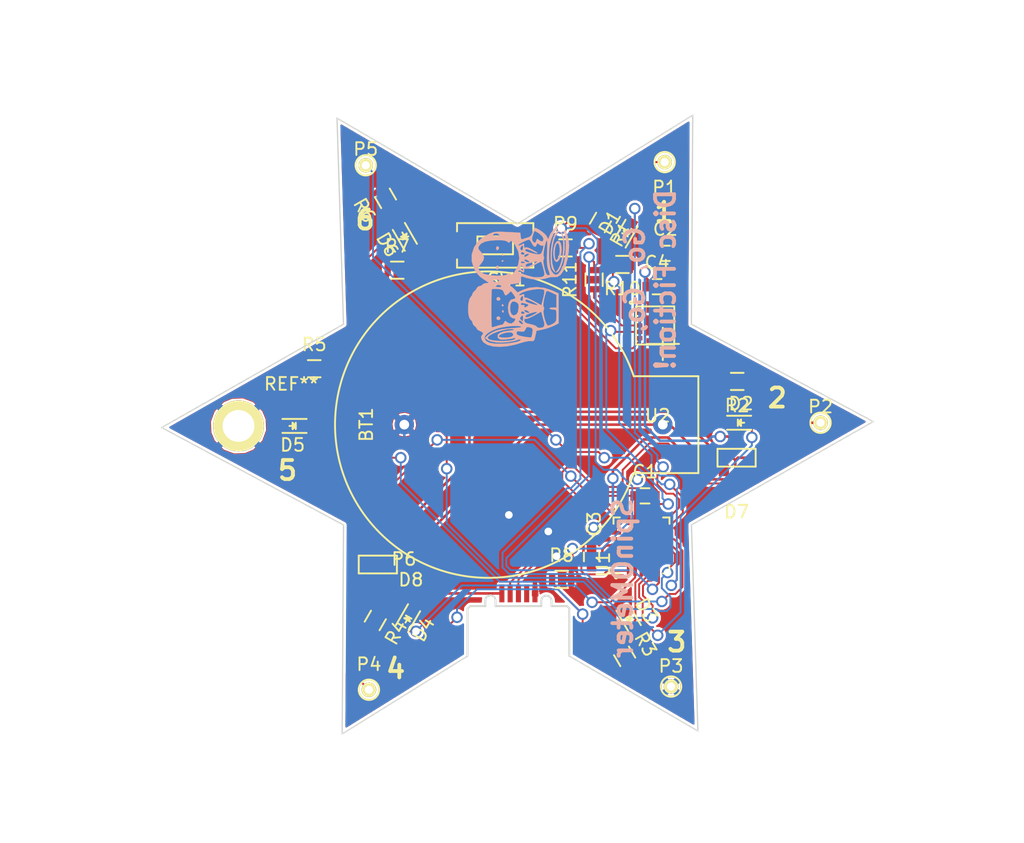
<source format=kicad_pcb>
(kicad_pcb (version 4) (host pcbnew 4.0.1-stable)
  (layers (0 F.Cu signal) (31 B.Cu signal) (34 B.Paste user) (35 F.Paste user) (36 B.SilkS user) (37 F.SilkS user) (38 B.Mask user) (39 F.Mask user) (44 Edge.Cuts user))
  (net 0 "")
  (net 1 +3V3)
  (net 2 GND)
  (net 3 ~MCLR)
  (net 4 "Net-(D2-Pad1)")
  (net 5 "Net-(D1-Pad1)")
  (net 6 "Net-(D3-Pad1)")
  (net 7 "Net-(D4-Pad1)")
  (net 8 "Net-(D5-Pad1)")
  (net 9 PGD)
  (net 10 PGC)
  (net 11 "Net-(D3-Pad2)")
  (net 12 "Net-(D2-Pad2)")
  (net 13 "Net-(D1-Pad2)")
  (net 14 "Net-(D4-Pad2)")
  (net 15 "Net-(D5-Pad2)")
  (net 16 "Net-(D6-Pad2)")
  (net 17 "Net-(D6-Pad1)")
  (net 18 +BATT)
  (net 19 "Net-(C1-Pad1)")
  (net 20 "Net-(C2-Pad1)")
  (net 21 "Net-(P6-Pad2)")
  (net 22 "Net-(P6-Pad3)")
  (net 23 "Net-(P6-Pad6)")
  (net 24 /~CS~)
  (net 25 /SDI)
  (net 26 /SCK)
  (net 27 /SDO)
  (net 28 "Net-(R9-Pad1)")
  (net 29 "Net-(R10-Pad1)")
  (net 30 "Net-(R11-Pad1)")
  (net 31 /VUSB)
  (net 32 /VMCU)
  (module CR2032Holder:CR2032_Holder_THT (layer F.Cu) (at 96.44 88.4 270)
    (fp_text reference BT1 (at 0 13.15 270) (layer F.SilkS))
    (fp_text value Battery)
    (pad 1 thru_hole circle (at 0 -10.16 270) (size 1.524 1.524) (drill 0.762) (layers *.Cu *.Mask) (net 18 +BATT))
    (pad 2 thru_hole circle (at 0 10.16 270) (size 1.524 1.524) (drill 0.762) (layers *.Cu *.Mask) (net 2 GND))
  )
  (module LEDs:LED_0603 (layer F.Cu) (at 77.5 88.5 180)
    (fp_text reference D5 (at 0 -1.5 180) (layer F.SilkS))
    (fp_text value LED)
    (pad 2 smd rect (at 0.7493 0) (size 0.79756 0.79756) (layers F.Cu F.Paste F.Mask) (net 15 "Net-(D5-Pad2)"))
    (pad 1 smd rect (at -0.7493 0) (size 0.79756 0.79756) (layers F.Cu F.Paste F.Mask) (net 8 "Net-(D5-Pad1)"))
  )
  (module LEDs:LED_0603 (layer F.Cu) (at 103.75 73.25 60)
    (fp_text reference D1 (at 0 -1.5 60) (layer F.SilkS))
    (fp_text value LED)
    (pad 2 smd rect (at 0.7493 0 240) (size 0.79756 0.79756) (layers F.Cu F.Paste F.Mask) (net 13 "Net-(D1-Pad2)"))
    (pad 1 smd rect (at -0.7493 0 240) (size 0.79756 0.79756) (layers F.Cu F.Paste F.Mask) (net 5 "Net-(D1-Pad1)"))
  )
  (module LEDs:LED_0603 (layer F.Cu) (at 112.7493 88.25)
    (fp_text reference D2 (at 0 -1.5) (layer F.SilkS))
    (fp_text value LED)
    (pad 2 smd rect (at 0.7493 0 180) (size 0.79756 0.79756) (layers F.Cu F.Paste F.Mask) (net 12 "Net-(D2-Pad2)"))
    (pad 1 smd rect (at -0.7493 0 180) (size 0.79756 0.79756) (layers F.Cu F.Paste F.Mask) (net 4 "Net-(D2-Pad1)"))
  )
  (module LEDs:LED_0603 (layer F.Cu) (at 104 103.75 300)
    (fp_text reference D3 (at 0 -1.5 300) (layer F.SilkS))
    (fp_text value LED)
    (pad 2 smd rect (at 0.7493 0 120) (size 0.79756 0.79756) (layers F.Cu F.Paste F.Mask) (net 11 "Net-(D3-Pad2)"))
    (pad 1 smd rect (at -0.7493 0 120) (size 0.79756 0.79756) (layers F.Cu F.Paste F.Mask) (net 6 "Net-(D3-Pad1)"))
  )
  (module LEDs:LED_0603 (layer F.Cu) (at 86.5 103.75 240)
    (fp_text reference D4 (at 0 -1.5 240) (layer F.SilkS))
    (fp_text value LED)
    (pad 2 smd rect (at 0.7493 0 60) (size 0.79756 0.79756) (layers F.Cu F.Paste F.Mask) (net 14 "Net-(D4-Pad2)"))
    (pad 1 smd rect (at -0.7493 0 60) (size 0.79756 0.79756) (layers F.Cu F.Paste F.Mask) (net 7 "Net-(D4-Pad1)"))
  )
  (module Connect:PINTST (layer F.Cu) (at 106.75 67.75)
    (fp_text reference P1 (at 0 2) (layer F.SilkS))
    (fp_text value CONN_01X01)
    (pad 1 thru_hole circle (at 0 0) (size 1.143 1.143) (drill 0.635) (layers *.Cu *.Mask F.SilkS) (net 3 ~MCLR))
  )
  (module Connect:PINTST (layer F.Cu) (at 119 88.25)
    (fp_text reference P2 (at 0 -1.26746) (layer F.SilkS))
    (fp_text value CONN_01X01)
    (pad 1 thru_hole circle (at 0 0) (size 1.143 1.143) (drill 0.635) (layers *.Cu *.Mask F.SilkS) (net 32 /VMCU))
  )
  (module Connect:PINTST (layer F.Cu) (at 107.25 109)
    (fp_text reference P3 (at 0 -1.61178) (layer F.SilkS))
    (fp_text value CONN_01X01)
    (pad 1 thru_hole circle (at 0 0) (size 1.143 1.143) (drill 0.635) (layers *.Cu *.Mask F.SilkS) (net 2 GND))
  )
  (module Connect:PINTST (layer F.Cu) (at 83.5 109.25)
    (fp_text reference P4 (at 0 -2) (layer F.SilkS))
    (fp_text value CONN_01X01)
    (pad 1 thru_hole circle (at 0 0) (size 1.143 1.143) (drill 0.635) (layers *.Cu *.Mask F.SilkS) (net 9 PGD))
  )
  (module Connect:PINTST (layer F.Cu) (at 83.25 68)
    (fp_text reference P5 (at 0 -1.26746) (layer F.SilkS))
    (fp_text value CONN_01X01)
    (pad 1 thru_hole circle (at 0 0) (size 1.143 1.143) (drill 0.635) (layers *.Cu *.Mask F.SilkS) (net 10 PGC))
  )
  (module LEDs:LED_0603 (layer F.Cu) (at 86.25 73.5 120)
    (fp_text reference D6 (at 0 -1.5 120) (layer F.SilkS))
    (fp_text value LED)
    (pad 2 smd rect (at 0.7493 0 300) (size 0.79756 0.79756) (layers F.Cu F.Paste F.Mask) (net 16 "Net-(D6-Pad2)"))
    (pad 1 smd rect (at -0.7493 0 300) (size 0.79756 0.79756) (layers F.Cu F.Paste F.Mask) (net 17 "Net-(D6-Pad1)"))
  )
  (module Capacitors_SMD:C_0603 (layer F.Cu) (at 101 98.8 90)
    (fp_text reference C3 (at 2.6 0.2 90) (layer F.SilkS))
    (fp_text value 100n)
    (pad 1 smd rect (at -0.75 0 90) (size 0.8 0.75) (layers F.Cu F.Paste F.Mask) (net 32 /VMCU))
    (pad 2 smd rect (at 0.75 0 90) (size 0.8 0.75) (layers F.Cu F.Paste F.Mask) (net 2 GND))
  )
  (module Resistors_SMD:R_0603 (layer F.Cu) (at 84 103.8 240)
    (fp_text reference R4 (at 0 -1.9 240) (layer F.SilkS))
    (fp_text value 330R)
    (pad 1 smd rect (at -0.75 0 240) (size 0.5 0.9) (layers F.Cu F.Paste F.Mask) (net 7 "Net-(D4-Pad1)"))
    (pad 2 smd rect (at 0.75 0 240) (size 0.5 0.9) (layers F.Cu F.Paste F.Mask) (net 2 GND))
  )
  (module Resistors_SMD:R_0603 (layer F.Cu) (at 84.8 70.6 120)
    (fp_text reference R6 (at 0 -1.9 120) (layer F.SilkS))
    (fp_text value 330R)
    (pad 1 smd rect (at -0.75 0 120) (size 0.5 0.9) (layers F.Cu F.Paste F.Mask) (net 17 "Net-(D6-Pad1)"))
    (pad 2 smd rect (at 0.75 0 120) (size 0.5 0.9) (layers F.Cu F.Paste F.Mask) (net 2 GND))
  )
  (module Resistors_SMD:R_0603 (layer F.Cu) (at 85.725 76.25)
    (fp_text reference R7 (at 0 -1.9) (layer F.SilkS))
    (fp_text value 10k)
    (pad 1 smd rect (at -0.75 0) (size 0.5 0.9) (layers F.Cu F.Paste F.Mask) (net 32 /VMCU))
    (pad 2 smd rect (at 0.75 0) (size 0.5 0.9) (layers F.Cu F.Paste F.Mask) (net 3 ~MCLR))
  )
  (module Resistors_SMD:R_0603 (layer F.Cu) (at 112.45 85 180)
    (fp_text reference R2 (at 0 -1.9 180) (layer F.SilkS))
    (fp_text value 330R)
    (pad 1 smd rect (at -0.75 0 180) (size 0.5 0.9) (layers F.Cu F.Paste F.Mask) (net 4 "Net-(D2-Pad1)"))
    (pad 2 smd rect (at 0.75 0 180) (size 0.5 0.9) (layers F.Cu F.Paste F.Mask) (net 2 GND))
  )
  (module Resistors_SMD:R_0603 (layer F.Cu) (at 101.7 72.5 240)
    (fp_text reference R1 (at 0 -1.9 240) (layer F.SilkS))
    (fp_text value 330R)
    (pad 1 smd rect (at -0.75 0 240) (size 0.5 0.9) (layers F.Cu F.Paste F.Mask) (net 5 "Net-(D1-Pad1)"))
    (pad 2 smd rect (at 0.75 0 240) (size 0.5 0.9) (layers F.Cu F.Paste F.Mask) (net 2 GND))
  )
  (module Resistors_SMD:R_0603 (layer F.Cu) (at 103.6 106.625 300)
    (fp_text reference R3 (at 0 -1.9 300) (layer F.SilkS))
    (fp_text value 330R)
    (pad 1 smd rect (at -0.75 0 300) (size 0.5 0.9) (layers F.Cu F.Paste F.Mask) (net 6 "Net-(D3-Pad1)"))
    (pad 2 smd rect (at 0.75 0 300) (size 0.5 0.9) (layers F.Cu F.Paste F.Mask) (net 2 GND))
  )
  (module Resistors_SMD:R_0603 (layer F.Cu) (at 79.2 84)
    (fp_text reference R5 (at 0 -1.9) (layer F.SilkS))
    (fp_text value 330R)
    (pad 1 smd rect (at -0.75 0) (size 0.5 0.9) (layers F.Cu F.Paste F.Mask) (net 8 "Net-(D5-Pad1)"))
    (pad 2 smd rect (at 0.75 0) (size 0.5 0.9) (layers F.Cu F.Paste F.Mask) (net 2 GND))
  )
  (module Mounting_Holes:MountingHole_3mm_Pad (layer F.Cu) (at 73.25 88.5)
    (fp_text reference REF** (at 4.15 -3.3) (layer F.SilkS))
    (fp_text value MountingHole_3mm_Pad)
    (pad 1 thru_hole circle (at 0 0) (size 4 4) (drill 2.5) (layers *.Cu *.Mask F.SilkS) (net 2 GND))
  )
  (module XmasStarLight:DF_Logo (layer B.Cu) (at 96.8 78 270)
    (fp_text reference G*** hide)
    (fp_text value LOGO hide)
  )
  (module Capacitors_SMD:C_0603 (layer F.Cu) (at 105.2 94)
    (fp_text reference C1 (at 0 -1.9) (layer F.SilkS))
    (fp_text value 100n)
    (pad 1 smd rect (at -0.75 0) (size 0.8 0.75) (layers F.Cu F.Paste F.Mask) (net 19 "Net-(C1-Pad1)"))
    (pad 2 smd rect (at 0.75 0) (size 0.8 0.75) (layers F.Cu F.Paste F.Mask) (net 2 GND))
  )
  (module Capacitors_SMD:C_0603 (layer F.Cu) (at 106.8 74.925)
    (fp_text reference C2 (at 0 -1.9) (layer F.SilkS))
    (fp_text value "10n 25V")
    (pad 1 smd rect (at -0.75 0) (size 0.8 0.75) (layers F.Cu F.Paste F.Mask) (net 20 "Net-(C2-Pad1)"))
    (pad 2 smd rect (at 0.75 0) (size 0.8 0.75) (layers F.Cu F.Paste F.Mask) (net 2 GND))
  )
  (module Capacitors_SMD:C_0603 (layer F.Cu) (at 106.15 77.55)
    (fp_text reference C4 (at 0 -1.9) (layer F.SilkS))
    (fp_text value 100n)
    (pad 1 smd rect (at -0.75 0) (size 0.8 0.75) (layers F.Cu F.Paste F.Mask) (net 1 +3V3))
    (pad 2 smd rect (at 0.75 0) (size 0.8 0.75) (layers F.Cu F.Paste F.Mask) (net 2 GND))
  )
  (module SpinOMeter:SOT23 (layer F.Cu) (at 112.4 91)
    (fp_text reference D7 (at 0 4.25) (layer F.SilkS))
    (fp_text value D_Schottky_x2_KCom_AAK)
    (pad 3 smd rect (at 0 -1) (size 0.8 0.9) (layers F.Cu F.Paste F.Mask) (net 1 +3V3))
    (pad 1 smd rect (at -1 1) (size 0.8 0.9) (layers F.Cu F.Paste F.Mask) (net 18 +BATT))
    (pad 2 smd rect (at 1 1) (size 0.8 0.9) (layers F.Cu F.Paste F.Mask) (net 19 "Net-(C1-Pad1)"))
  )
  (module SpinOMeter:SOT23 (layer F.Cu) (at 84.2 99.4)
    (fp_text reference D8 (at 2.6 1.2) (layer F.SilkS))
    (fp_text value D_Schottky_x2_KCom_AAK)
    (pad 3 smd rect (at 0 -1) (size 0.8 0.9) (layers F.Cu F.Paste F.Mask) (net 32 /VMCU))
    (pad 1 smd rect (at -1 1) (size 0.8 0.9) (layers F.Cu F.Paste F.Mask) (net 31 /VUSB))
    (pad 2 smd rect (at 1 1) (size 0.8 0.9) (layers F.Cu F.Paste F.Mask) (net 18 +BATT))
  )
  (module SpinOMeter:USB_Micro_B_PCB_Recessed (layer F.Cu) (at 95.25 104.975)
    (fp_text reference P6 (at -9 -6) (layer F.SilkS))
    (fp_text value USB_OTG)
    (pad 1 smd rect (at -1.3 -3.3) (size 0.4 1.4) (layers F.Cu F.Paste F.Mask) (net 31 /VUSB))
    (pad 2 smd rect (at -0.65 -3.3) (size 0.4 1.4) (layers F.Cu F.Paste F.Mask) (net 21 "Net-(P6-Pad2)"))
    (pad 3 smd rect (at 0 -3.3) (size 0.4 1.4) (layers F.Cu F.Paste F.Mask) (net 22 "Net-(P6-Pad3)"))
    (pad 4 smd rect (at 0.65 -3.3) (size 0.4 1.4) (layers F.Cu F.Paste F.Mask))
    (pad 5 smd rect (at 1.3 -3.3) (size 0.4 1.4) (layers F.Cu F.Paste F.Mask) (net 2 GND))
    (pad 6 smd rect (at -5.5 0.4) (size 2.2 2) (layers F.Cu F.Paste F.Mask) (net 23 "Net-(P6-Pad6)"))
    (pad 6 smd rect (at 5.5 0.4) (size 2.2 2) (layers F.Cu F.Paste F.Mask) (net 23 "Net-(P6-Pad6)"))
  )
  (module Resistors_SMD:R_0603 (layer F.Cu) (at 98.65 100.575)
    (fp_text reference R8 (at 0 -1.9) (layer F.SilkS))
    (fp_text value 1M)
    (pad 1 smd rect (at -0.75 0) (size 0.5 0.9) (layers F.Cu F.Paste F.Mask) (net 23 "Net-(P6-Pad6)"))
    (pad 2 smd rect (at 0.75 0) (size 0.5 0.9) (layers F.Cu F.Paste F.Mask) (net 2 GND))
  )
  (module Resistors_SMD:R_0603 (layer F.Cu) (at 98.95 74.5)
    (fp_text reference R9 (at 0 -1.9) (layer F.SilkS))
    (fp_text value 4k7)
    (pad 1 smd rect (at -0.75 0) (size 0.5 0.9) (layers F.Cu F.Paste F.Mask) (net 28 "Net-(R9-Pad1)"))
    (pad 2 smd rect (at 0.75 0) (size 0.5 0.9) (layers F.Cu F.Paste F.Mask) (net 24 /~CS~))
  )
  (module Resistors_SMD:R_0603 (layer F.Cu) (at 103.425 75.8 180)
    (fp_text reference R10 (at 0 -1.9 180) (layer F.SilkS))
    (fp_text value 4k7)
    (pad 1 smd rect (at -0.75 0 180) (size 0.5 0.9) (layers F.Cu F.Paste F.Mask) (net 29 "Net-(R10-Pad1)"))
    (pad 2 smd rect (at 0.75 0 180) (size 0.5 0.9) (layers F.Cu F.Paste F.Mask) (net 26 /SCK))
  )
  (module Resistors_SMD:R_0603 (layer F.Cu) (at 101.2 77 90)
    (fp_text reference R11 (at 0 -1.9 90) (layer F.SilkS))
    (fp_text value 4k7)
    (pad 1 smd rect (at -0.75 0 90) (size 0.5 0.9) (layers F.Cu F.Paste F.Mask) (net 30 "Net-(R11-Pad1)"))
    (pad 2 smd rect (at 0.75 0 90) (size 0.5 0.9) (layers F.Cu F.Paste F.Mask) (net 27 /SDO))
  )
  (module Buttons_Switches_SMD:SW_SPST_EVQPE1 (layer F.Cu) (at 93.425 74.3 180)
    (fp_text reference SW1 (at -0.9 -2.7 180) (layer F.SilkS))
    (fp_text value SW_PUSH)
    (pad 2 smd rect (at 2.7 0 180) (size 2 1.6) (layers F.Cu F.Paste F.Mask) (net 2 GND))
    (pad 1 smd rect (at -2.7 0 180) (size 2 1.6) (layers F.Cu F.Paste F.Mask) (net 3 ~MCLR))
  )
  (module SpinOMeter:QFN20_0.5mm_pitch (layer F.Cu) (at 104.925 97.9 90)
    (fp_text reference U1 (at -1.5 -3 90) (layer F.SilkS))
    (fp_text value 16F1459_QFN20)
    (pad EP smd rect (at 0 0 90) (size 2.5 2.5) (layers F.Cu F.Paste F.Mask))
    (pad 1 smd rect (at -2 -1 180) (size 0.3 0.8) (layers F.Cu F.Paste F.Mask) (net 3 ~MCLR))
    (pad 2 smd rect (at -2 -0.5 180) (size 0.3 0.8) (layers F.Cu F.Paste F.Mask) (net 14 "Net-(D4-Pad2)"))
    (pad 3 smd rect (at -2 0 180) (size 0.3 0.8) (layers F.Cu F.Paste F.Mask) (net 11 "Net-(D3-Pad2)"))
    (pad 4 smd rect (at -2 0.5 180) (size 0.3 0.8) (layers F.Cu F.Paste F.Mask) (net 12 "Net-(D2-Pad2)"))
    (pad 5 smd rect (at -2 1 180) (size 0.3 0.8) (layers F.Cu F.Paste F.Mask) (net 15 "Net-(D5-Pad2)"))
    (pad 7 smd rect (at -0.5 2 270) (size 0.3 0.8) (layers F.Cu F.Paste F.Mask) (net 16 "Net-(D6-Pad2)"))
    (pad 9 smd rect (at 0.5 2 270) (size 0.3 0.8) (layers F.Cu F.Paste F.Mask) (net 24 /~CS~))
    (pad 10 smd rect (at 1 2 270) (size 0.3 0.8) (layers F.Cu F.Paste F.Mask) (net 25 /SDI))
    (pad 8 smd rect (at 0 2 270) (size 0.3 0.8) (layers F.Cu F.Paste F.Mask) (net 26 /SCK))
    (pad 6 smd rect (at -1 2 270) (size 0.3 0.8) (layers F.Cu F.Paste F.Mask) (net 27 /SDO))
    (pad 13 smd rect (at 2 0) (size 0.3 0.8) (layers F.Cu F.Paste F.Mask) (net 9 PGD))
    (pad 14 smd rect (at 2 -0.5) (size 0.3 0.8) (layers F.Cu F.Paste F.Mask) (net 19 "Net-(C1-Pad1)"))
    (pad 11 smd rect (at 2 1) (size 0.3 0.8) (layers F.Cu F.Paste F.Mask) (net 13 "Net-(D1-Pad2)"))
    (pad 12 smd rect (at 2 0.5) (size 0.3 0.8) (layers F.Cu F.Paste F.Mask) (net 10 PGC))
    (pad 15 smd rect (at 2 -1) (size 0.3 0.8) (layers F.Cu F.Paste F.Mask) (net 21 "Net-(P6-Pad2)"))
    (pad 18 smd rect (at 0 -2 90) (size 0.3 0.8) (layers F.Cu F.Paste F.Mask) (net 32 /VMCU))
    (pad 19 smd rect (at -0.5 -2 90) (size 0.3 0.8) (layers F.Cu F.Paste F.Mask))
    (pad 16 smd rect (at 1 -2 90) (size 0.3 0.8) (layers F.Cu F.Paste F.Mask) (net 22 "Net-(P6-Pad3)"))
    (pad 17 smd rect (at 0.5 -2 90) (size 0.3 0.8) (layers F.Cu F.Paste F.Mask) (net 2 GND))
    (pad 20 smd rect (at -1 -2 90) (size 0.3 0.8) (layers F.Cu F.Paste F.Mask))
  )
  (module SpinOMeter:LGA16_3x3x1 (layer F.Cu) (at 106 80.6)
    (fp_text reference U2 (at 0.2 7.1) (layer F.SilkS))
    (fp_text value L3GD20H)
    (pad 1 smd rect (at -1.3 -1) (size 0.6 0.35) (layers F.Cu F.Paste F.Mask) (net 1 +3V3))
    (pad 5 smd rect (at -1.3 1) (size 0.6 0.35) (layers F.Cu F.Paste F.Mask) (net 28 "Net-(R9-Pad1)"))
    (pad 6 smd rect (at -0.5 1.3 90) (size 0.6 0.35) (layers F.Cu F.Paste F.Mask))
    (pad 8 smd rect (at 0.5 1.3 90) (size 0.6 0.35) (layers F.Cu F.Paste F.Mask) (net 2 GND))
    (pad 7 smd rect (at 0 1.3 90) (size 0.6 0.35) (layers F.Cu F.Paste F.Mask))
    (pad 2 smd rect (at -1.3 -0.5) (size 0.6 0.35) (layers F.Cu F.Paste F.Mask) (net 29 "Net-(R10-Pad1)"))
    (pad 3 smd rect (at -1.3 0) (size 0.6 0.35) (layers F.Cu F.Paste F.Mask) (net 30 "Net-(R11-Pad1)"))
    (pad 4 smd rect (at -1.3 0.5) (size 0.6 0.35) (layers F.Cu F.Paste F.Mask) (net 25 /SDI))
    (pad 11 smd rect (at 1.3 0 180) (size 0.6 0.35) (layers F.Cu F.Paste F.Mask) (net 2 GND))
    (pad 9 smd rect (at 1.3 1 180) (size 0.6 0.35) (layers F.Cu F.Paste F.Mask) (net 2 GND))
    (pad 13 smd rect (at 1.3 -1 180) (size 0.6 0.35) (layers F.Cu F.Paste F.Mask) (net 2 GND))
    (pad 14 smd rect (at 0.5 -1.3 270) (size 0.6 0.35) (layers F.Cu F.Paste F.Mask) (net 20 "Net-(C2-Pad1)"))
    (pad 16 smd rect (at -0.5 -1.3 270) (size 0.6 0.35) (layers F.Cu F.Paste F.Mask) (net 1 +3V3))
    (pad 15 smd rect (at 0 -1.3 270) (size 0.6 0.35) (layers F.Cu F.Paste F.Mask) (net 1 +3V3))
    (pad 10 smd rect (at 1.3 0.5 180) (size 0.6 0.35) (layers F.Cu F.Paste F.Mask) (net 2 GND))
    (pad 12 smd rect (at 1.3 -0.5 180) (size 0.6 0.35) (layers F.Cu F.Paste F.Mask) (net 2 GND))
  )
  (gr_arc (start 93.050886 102.223392) (end 92.650886 102.223392) (angle 183.8140748) (layer Edge.Cuts) (width 0.15))
  (gr_arc (start 97.45 102.25) (end 97.05 102.25) (angle 183.8140748) (layer Edge.Cuts) (width 0.15))
  (gr_line (start 97.85 102.675) (end 99.075 102.675) (layer Edge.Cuts) (width 0.15))
  (gr_line (start 97.85 102.275) (end 97.85 102.675) (layer Edge.Cuts) (width 0.15))
  (gr_line (start 97.05 102.675) (end 97.05 102.25) (layer Edge.Cuts) (width 0.15))
  (gr_line (start 93.45 102.675) (end 97.05 102.675) (layer Edge.Cuts) (width 0.15))
  (gr_line (start 93.45 102.675) (end 93.45 102.25) (layer Edge.Cuts) (width 0.15))
  (gr_line (start 92.65 102.675) (end 92.65 102.225) (layer Edge.Cuts) (width 0.15))
  (gr_line (start 91.45 102.675) (end 92.65 102.675) (layer Edge.Cuts) (width 0.15))
  (gr_text 5 (at 77.1 92) (layer F.SilkS) (effects (font (size 1.5 1.5) (thickness 0.3))))
  (gr_text 4 (at 85.6 107.6) (layer F.SilkS) (effects (font (size 1.5 1.5) (thickness 0.3))))
  (gr_text 3 (at 107.7 105.5) (layer F.SilkS) (effects (font (size 1.5 1.5) (thickness 0.3))))
  (gr_text 2 (at 115.6 86.3) (layer F.SilkS) (effects (font (size 1.5 1.5) (thickness 0.3))))
  (gr_text 1 (at 106.7 71.7) (layer F.SilkS) (effects (font (size 1.5 1.5) (thickness 0.3))))
  (gr_text 6 (at 83.2 72.3) (layer F.SilkS) (effects (font (size 1.5 1.5) (thickness 0.3))))
  (gr_text SpinOMeter (at 103.45 100.475 90) (layer B.SilkS) (effects (font (size 1.5 1.5) (thickness 0.3)) (justify mirror)))
  (gr_line (start 99.25 102.85) (end 99.25 106.6) (layer Edge.Cuts) (width 0.15))
  (gr_line (start 99.075 102.675) (end 99.25 102.85) (layer Edge.Cuts) (width 0.15))
  (gr_line (start 91.25 102.875) (end 91.45 102.675) (layer Edge.Cuts) (width 0.15))
  (gr_line (start 91.25 106.6) (end 91.25 102.875) (layer Edge.Cuts) (width 0.15))
  (gr_text "Go, Go,\nDisc Fiction!" (at 105.6 77 90) (layer B.SilkS) (effects (font (size 1.5 1.5) (thickness 0.3)) (justify mirror)))
  (gr_line (start 80.989192 64.290896) (end 80.989192 64.290896) (layer Edge.Cuts) (width 0.1))
  (gr_line (start 80.989192 64.290896) (end 95.173398 72.603073) (layer Edge.Cuts) (width 0.1))
  (gr_line (start 108.955489 64.056151) (end 108.849036 80.496122) (layer Edge.Cuts) (width 0.1))
  (gr_line (start 109.362079 112.495198) (end 99.25 106.6) (layer Edge.Cuts) (width 0.1))
  (gr_line (start 108.851271 96.286094) (end 109.362079 112.495198) (layer Edge.Cuts) (width 0.1))
  (gr_line (start 123.141935 88.158304) (end 108.851271 96.286094) (layer Edge.Cuts) (width 0.1))
  (gr_line (start 108.849036 80.496122) (end 123.141935 88.158304) (layer Edge.Cuts) (width 0.1))
  (gr_line (start 95.173398 72.603073) (end 108.955489 64.056151) (layer Edge.Cuts) (width 0.1))
  (gr_line (start 81.502238 96.289972) (end 67.209339 88.627791) (layer Edge.Cuts) (width 0.1))
  (gr_line (start 91.25 106.6) (end 81.395781 112.729944) (layer Edge.Cuts) (width 0.1))
  (gr_line (start 67.209339 88.627791) (end 81.5 80.5) (layer Edge.Cuts) (width 0.1))
  (gr_line (start 81.395781 112.729944) (end 81.502238 96.289972) (layer Edge.Cuts) (width 0.1))
  (gr_line (start 81.5 80.5) (end 80.989192 64.290896) (layer Edge.Cuts) (width 0.1))
  (segment (start 104.7 92.8) (end 104.6 92.7) (width 0.2) (layer F.Cu) (net 0))
  (via (at 104.6 92.7) (size 0.9) (drill 0.6) (layers F.Cu B.Cu) (net 0))
  (segment (start 104.95 78.8) (end 104.7 79.05) (width 0.2) (layer F.Cu) (net 1))
  (segment (start 104.7 79.05) (end 104.7 79.6) (width 0.2) (layer F.Cu) (net 1))
  (segment (start 105.45 78.8) (end 104.95 78.8) (width 0.2) (layer F.Cu) (net 1))
  (segment (start 106 79.3) (end 105.5 79.3) (width 0.2) (layer F.Cu) (net 1))
  (segment (start 105.45 79.25) (end 105.5 79.3) (width 0.2) (layer F.Cu) (net 1))
  (segment (start 105.675 78.8) (end 105.45 78.8) (width 0.2) (layer F.Cu) (net 1))
  (segment (start 105.45 78.8) (end 105.45 79.25) (width 0.2) (layer F.Cu) (net 1))
  (segment (start 105.95 78.8) (end 106 78.85) (width 0.2) (layer F.Cu) (net 1))
  (segment (start 106 78.85) (end 106 79.3) (width 0.2) (layer F.Cu) (net 1))
  (segment (start 105.675 78.8) (end 105.95 78.8) (width 0.2) (layer F.Cu) (net 1))
  (segment (start 111.110694 89.334696) (end 111.734696 89.334696) (width 0.2) (layer F.Cu) (net 1))
  (segment (start 111.734696 89.334696) (end 112.4 90) (width 0.2) (layer F.Cu) (net 1))
  (segment (start 110.474298 89.334696) (end 111.110694 89.334696) (width 0.2) (layer B.Cu) (net 1))
  (segment (start 110.144436 89.664558) (end 110.474298 89.334696) (width 0.2) (layer B.Cu) (net 1))
  (segment (start 106.366796 89.664558) (end 110.144436 89.664558) (width 0.2) (layer B.Cu) (net 1))
  (segment (start 105.2 88.497762) (end 106.366796 89.664558) (width 0.2) (layer B.Cu) (net 1))
  (segment (start 105.2 76.4) (end 105.2 88.497762) (width 0.2) (layer B.Cu) (net 1))
  (via (at 111.110694 89.334696) (size 0.9) (drill 0.6) (layers F.Cu B.Cu) (net 1))
  (segment (start 111.110694 89.360694) (end 111.110694 89.334696) (width 0.2) (layer F.Cu) (net 1))
  (segment (start 105.2 76.775) (end 105.2 76.4) (width 0.2) (layer F.Cu) (net 1))
  (via (at 105.2 76.4) (size 0.9) (drill 0.6) (layers F.Cu B.Cu) (net 1))
  (segment (start 105.4 77.55) (end 105.4 76.975) (width 0.2) (layer F.Cu) (net 1))
  (segment (start 105.4 76.975) (end 105.2 76.775) (width 0.2) (layer F.Cu) (net 1))
  (segment (start 105.675 78.8) (end 105.675 77.825) (width 0.2) (layer F.Cu) (net 1))
  (segment (start 105.675 77.825) (end 105.4 77.55) (width 0.2) (layer F.Cu) (net 1))
  (segment (start 105.574004 77.724004) (end 105.4 77.55) (width 0.2) (layer F.Cu) (net 1))
  (segment (start 98.25 98.75) (end 98.25 97.45) (width 0.2) (layer B.Cu) (net 2))
  (segment (start 98.25 97.45) (end 97.6 96.8) (width 0.2) (layer B.Cu) (net 2))
  (segment (start 98.25 99.075) (end 98.25 98.75) (width 0.2) (layer F.Cu) (net 2))
  (via (at 98.25 98.75) (size 0.9) (drill 0.6) (layers F.Cu B.Cu) (net 2))
  (segment (start 96.55 101.675) (end 96.55 100.775) (width 0.2) (layer F.Cu) (net 2))
  (segment (start 96.55 100.775) (end 98.25 99.075) (width 0.2) (layer F.Cu) (net 2))
  (segment (start 95.8 96.8) (end 97.6 96.8) (width 0.2) (layer F.Cu) (net 2))
  (via (at 97.6 96.8) (size 0.9) (drill 0.6) (layers F.Cu B.Cu) (net 2))
  (segment (start 94.5 95.5) (end 95.8 96.8) (width 0.2) (layer F.Cu) (net 2))
  (segment (start 89.29763 90.29763) (end 94.5 95.5) (width 0.2) (layer B.Cu) (net 2))
  (via (at 94.5 95.5) (size 0.9) (drill 0.6) (layers F.Cu B.Cu) (net 2))
  (segment (start 87.1 90.29763) (end 89.29763 90.29763) (width 0.2) (layer B.Cu) (net 2))
  (segment (start 86.28 88.4) (end 86.28 89.47763) (width 0.2) (layer B.Cu) (net 2))
  (segment (start 86.28 89.47763) (end 87.1 90.29763) (width 0.2) (layer B.Cu) (net 2))
  (segment (start 107.6 82.4) (end 106.975 82.4) (width 0.2) (layer F.Cu) (net 2))
  (segment (start 107.8 82.2) (end 107.6 82.4) (width 0.2) (layer F.Cu) (net 2))
  (segment (start 107.8 81.575) (end 107.8 82.2) (width 0.2) (layer F.Cu) (net 2))
  (segment (start 107.8 80.925) (end 107.8 81.575) (width 0.2) (layer F.Cu) (net 2))
  (segment (start 107.8 80.275) (end 107.8 80.925) (width 0.2) (layer F.Cu) (net 2))
  (segment (start 107.8 79.625) (end 107.8 80.275) (width 0.2) (layer F.Cu) (net 2))
  (segment (start 106.975 78.8) (end 107.6 78.8) (width 0.2) (layer F.Cu) (net 2))
  (segment (start 107.6 78.8) (end 107.8 79) (width 0.2) (layer F.Cu) (net 2))
  (segment (start 107.8 79) (end 107.8 79.625) (width 0.2) (layer F.Cu) (net 2))
  (segment (start 106.975 78.2) (end 106.975 78.8) (width 0.2) (layer F.Cu) (net 2))
  (segment (start 106.9 77.55) (end 106.9 78.125) (width 0.2) (layer F.Cu) (net 2))
  (segment (start 106.9 78.125) (end 106.975 78.2) (width 0.2) (layer F.Cu) (net 2))
  (segment (start 106.874004 77.575996) (end 106.9 77.55) (width 0.2) (layer F.Cu) (net 2))
  (segment (start 100.138616 98.144159) (end 99.50222 98.144159) (width 0.15) (layer B.Cu) (net 3))
  (segment (start 100.581182 72.95) (end 101.475 73.843818) (width 0.15) (layer B.Cu) (net 3))
  (segment (start 101.855841 98.144159) (end 100.138616 98.144159) (width 0.15) (layer B.Cu) (net 3))
  (segment (start 104.2 95.8) (end 101.855841 98.144159) (width 0.15) (layer B.Cu) (net 3))
  (segment (start 103.352585 92.408556) (end 104.2 93.255971) (width 0.15) (layer B.Cu) (net 3))
  (segment (start 103.352585 92.300989) (end 103.352585 92.408556) (width 0.15) (layer B.Cu) (net 3))
  (segment (start 101.319417 91.319417) (end 101.949989 91.949989) (width 0.15) (layer B.Cu) (net 3))
  (segment (start 103.001585 91.949989) (end 103.352585 92.300989) (width 0.15) (layer B.Cu) (net 3))
  (segment (start 101.949989 91.949989) (end 103.001585 91.949989) (width 0.15) (layer B.Cu) (net 3))
  (segment (start 101.319417 75.880583) (end 101.319417 91.319417) (width 0.15) (layer B.Cu) (net 3))
  (segment (start 101.475 75.725) (end 101.319417 75.880583) (width 0.15) (layer B.Cu) (net 3))
  (segment (start 101.475 73.843818) (end 101.475 75.725) (width 0.15) (layer B.Cu) (net 3))
  (segment (start 98.625 72.95) (end 100.581182 72.95) (width 0.15) (layer B.Cu) (net 3))
  (segment (start 104.2 93.255971) (end 104.2 95.8) (width 0.15) (layer B.Cu) (net 3))
  (segment (start 99.50222 98.780555) (end 99.50222 98.144159) (width 0.15) (layer F.Cu) (net 3))
  (segment (start 101.95 100.175001) (end 100.450008 100.175001) (width 0.15) (layer F.Cu) (net 3))
  (segment (start 100.200008 99.478343) (end 99.50222 98.780555) (width 0.15) (layer F.Cu) (net 3))
  (segment (start 100.200008 99.925001) (end 100.200008 99.478343) (width 0.15) (layer F.Cu) (net 3))
  (segment (start 102.225001 99.9) (end 101.95 100.175001) (width 0.15) (layer F.Cu) (net 3))
  (segment (start 100.450008 100.175001) (end 100.200008 99.925001) (width 0.15) (layer F.Cu) (net 3))
  (segment (start 103.925 99.9) (end 102.225001 99.9) (width 0.15) (layer F.Cu) (net 3))
  (segment (start 99.514109 98.781506) (end 99.503171 98.781506) (width 0.15) (layer F.Cu) (net 3))
  (segment (start 99.503171 98.781506) (end 99.50222 98.780555) (width 0.15) (layer F.Cu) (net 3))
  (via (at 99.50222 98.144159) (size 0.9) (drill 0.6) (layers F.Cu B.Cu) (net 3))
  (segment (start 96.125 74.3) (end 96.125 75.25) (width 0.15) (layer F.Cu) (net 3))
  (segment (start 96.125 75.25) (end 95.125 76.25) (width 0.15) (layer F.Cu) (net 3))
  (segment (start 95.125 76.25) (end 86.875 76.25) (width 0.15) (layer F.Cu) (net 3))
  (segment (start 86.875 76.25) (end 86.475 76.25) (width 0.15) (layer F.Cu) (net 3))
  (segment (start 101.325 70.25) (end 98.625 72.95) (width 0.15) (layer F.Cu) (net 3))
  (segment (start 98.625 72.95) (end 97.275 74.3) (width 0.15) (layer F.Cu) (net 3))
  (via (at 98.625 72.95) (size 0.9) (drill 0.6) (layers F.Cu B.Cu) (net 3))
  (segment (start 106.75 67.75) (end 105.941777 67.75) (width 0.15) (layer F.Cu) (net 3))
  (segment (start 105.941777 67.75) (end 103.441777 70.25) (width 0.15) (layer F.Cu) (net 3))
  (segment (start 103.441777 70.25) (end 101.325 70.25) (width 0.15) (layer F.Cu) (net 3))
  (segment (start 97.275 74.3) (end 96.125 74.3) (width 0.15) (layer F.Cu) (net 3))
  (segment (start 113.2 85) (end 113.2 87.05) (width 0.15) (layer F.Cu) (net 4))
  (segment (start 113.2 87.05) (end 112 88.25) (width 0.15) (layer F.Cu) (net 4))
  (segment (start 102.075 71.850481) (end 102.075 72.598563) (width 0.15) (layer F.Cu) (net 5))
  (segment (start 102.075 72.598563) (end 103.37535 73.898913) (width 0.15) (layer F.Cu) (net 5))
  (segment (start 103.62535 103.101087) (end 103.225 103.501437) (width 0.15) (layer F.Cu) (net 6))
  (segment (start 103.225 103.501437) (end 103.225 105.975481) (width 0.15) (layer F.Cu) (net 6))
  (segment (start 84.375 103.150481) (end 86.825256 103.150481) (width 0.15) (layer F.Cu) (net 7))
  (segment (start 86.825256 103.150481) (end 86.87465 103.101087) (width 0.15) (layer F.Cu) (net 7))
  (segment (start 78.2493 88.5) (end 78.2493 84.2007) (width 0.15) (layer F.Cu) (net 8))
  (segment (start 78.2493 84.2007) (end 78.45 84) (width 0.15) (layer F.Cu) (net 8))
  (segment (start 104.925 95.9) (end 104.925 95.35) (width 0.15) (layer F.Cu) (net 9))
  (segment (start 103.570009 93.699989) (end 100.623279 93.699989) (width 0.15) (layer F.Cu) (net 9))
  (segment (start 104.925 95.35) (end 105.075001 95.199999) (width 0.15) (layer F.Cu) (net 9))
  (segment (start 105.075001 95.199999) (end 105.075001 93.444999) (width 0.15) (layer F.Cu) (net 9))
  (segment (start 105.030001 93.399999) (end 103.869998 93.399999) (width 0.15) (layer F.Cu) (net 9))
  (segment (start 105.075001 93.444999) (end 105.030001 93.399999) (width 0.15) (layer F.Cu) (net 9))
  (segment (start 103.869998 93.399999) (end 103.570009 93.699989) (width 0.15) (layer F.Cu) (net 9))
  (segment (start 100.623279 93.699989) (end 99.8222 92.89891) (width 0.15) (layer F.Cu) (net 9))
  (segment (start 99.8222 92.89891) (end 99.372201 92.448911) (width 0.15) (layer F.Cu) (net 9))
  (segment (start 89.499554 89.59762) (end 88.863158 89.59762) (width 0.15) (layer B.Cu) (net 9))
  (segment (start 96.52091 89.59762) (end 89.499554 89.59762) (width 0.15) (layer B.Cu) (net 9))
  (via (at 88.863158 89.59762) (size 0.9) (drill 0.6) (layers F.Cu B.Cu) (net 9))
  (segment (start 99.372201 92.448911) (end 96.52091 89.59762) (width 0.15) (layer B.Cu) (net 9))
  (segment (start 83.5 109.25) (end 81.875 107.625) (width 0.15) (layer F.Cu) (net 9))
  (segment (start 88.413159 90.047619) (end 88.863158 89.59762) (width 0.15) (layer F.Cu) (net 9))
  (segment (start 81.875 107.625) (end 81.875 96.585778) (width 0.15) (layer F.Cu) (net 9))
  (segment (start 81.875 96.585778) (end 88.413159 90.047619) (width 0.15) (layer F.Cu) (net 9))
  (via (at 99.372201 92.448911) (size 0.9) (drill 0.6) (layers F.Cu B.Cu) (net 9))
  (segment (start 106.57498 93.675978) (end 106.57498 94.193028) (width 0.15) (layer B.Cu) (net 10))
  (segment (start 106.57498 94.193028) (end 107.024979 94.643027) (width 0.15) (layer B.Cu) (net 10))
  (segment (start 103.899002 91) (end 106.57498 93.675978) (width 0.15) (layer B.Cu) (net 10))
  (segment (start 102 91) (end 103.899002 91) (width 0.15) (layer B.Cu) (net 10))
  (segment (start 106.388583 94.643027) (end 107.024979 94.643027) (width 0.15) (layer F.Cu) (net 10))
  (via (at 107.024979 94.643027) (size 0.9) (drill 0.6) (layers F.Cu B.Cu) (net 10))
  (segment (start 106.131973 94.643027) (end 106.388583 94.643027) (width 0.15) (layer F.Cu) (net 10))
  (segment (start 105.425 95.9) (end 105.425 95.35) (width 0.15) (layer F.Cu) (net 10))
  (segment (start 105.425 95.35) (end 106.131973 94.643027) (width 0.15) (layer F.Cu) (net 10))
  (segment (start 98.2 89.6) (end 85 76.4) (width 0.15) (layer B.Cu) (net 10))
  (segment (start 83.25 68) (end 83.821499 68.571499) (width 0.15) (layer B.Cu) (net 10))
  (segment (start 83.821499 68.571499) (end 83.821499 75.221499) (width 0.15) (layer B.Cu) (net 10))
  (segment (start 83.821499 75.221499) (end 85 76.4) (width 0.15) (layer B.Cu) (net 10))
  (segment (start 99.150001 90.550001) (end 98.2 89.6) (width 0.15) (layer F.Cu) (net 10))
  (via (at 98.2 89.6) (size 0.9) (drill 0.6) (layers F.Cu B.Cu) (net 10))
  (segment (start 102 91) (end 101.550001 90.550001) (width 0.15) (layer F.Cu) (net 10))
  (segment (start 101.550001 90.550001) (end 99.150001 90.550001) (width 0.15) (layer F.Cu) (net 10))
  (via (at 102 91) (size 0.9) (drill 0.6) (layers F.Cu B.Cu) (net 10))
  (segment (start 83.413322 68.013322) (end 83.263322 68.013322) (width 0.25) (layer F.Cu) (net 10))
  (segment (start 83.263322 68.013322) (end 83.25 68) (width 0.25) (layer F.Cu) (net 10))
  (segment (start 104.450945 103.762147) (end 104.37465 103.838442) (width 0.15) (layer F.Cu) (net 11))
  (segment (start 104.37465 103.838442) (end 104.37465 104.398913) (width 0.15) (layer F.Cu) (net 11))
  (segment (start 104.925 100.344491) (end 104.441412 100.828079) (width 0.15) (layer F.Cu) (net 11))
  (segment (start 104.441412 102.097528) (end 104.450945 102.107061) (width 0.15) (layer F.Cu) (net 11))
  (segment (start 104.450945 102.107061) (end 104.450945 103.762147) (width 0.15) (layer F.Cu) (net 11))
  (segment (start 104.925 99.9) (end 104.925 100.344491) (width 0.15) (layer F.Cu) (net 11))
  (segment (start 104.441412 100.828079) (end 104.441412 102.097528) (width 0.15) (layer F.Cu) (net 11))
  (segment (start 108 95.636396) (end 108 103.161957) (width 0.15) (layer B.Cu) (net 12))
  (segment (start 108 103.161957) (end 106.196023 104.965934) (width 0.15) (layer B.Cu) (net 12))
  (segment (start 113.6 89.4) (end 113.6 90.036396) (width 0.15) (layer B.Cu) (net 12))
  (segment (start 113.6 90.036396) (end 108 95.636396) (width 0.15) (layer B.Cu) (net 12))
  (segment (start 105.746024 104.515935) (end 106.196023 104.965934) (width 0.15) (layer F.Cu) (net 12))
  (segment (start 105.017958 103.787869) (end 105.746024 104.515935) (width 0.15) (layer F.Cu) (net 12))
  (segment (start 105.017958 102.249795) (end 105.017958 103.787869) (width 0.15) (layer F.Cu) (net 12))
  (segment (start 104.741423 101.97326) (end 105.017958 102.249795) (width 0.15) (layer F.Cu) (net 12))
  (segment (start 105.425 99.9) (end 105.425 100.268769) (width 0.15) (layer F.Cu) (net 12))
  (segment (start 104.741423 100.952346) (end 104.741423 101.97326) (width 0.15) (layer F.Cu) (net 12))
  (segment (start 105.425 100.268769) (end 104.741423 100.952346) (width 0.15) (layer F.Cu) (net 12))
  (via (at 106.196023 104.965934) (size 0.9) (drill 0.6) (layers F.Cu B.Cu) (net 12))
  (segment (start 113.6 89.4) (end 113.6 88.3514) (width 0.15) (layer F.Cu) (net 12))
  (segment (start 113.6 88.3514) (end 113.4986 88.25) (width 0.15) (layer F.Cu) (net 12))
  (via (at 113.6 89.4) (size 0.9) (drill 0.6) (layers F.Cu B.Cu) (net 12))
  (segment (start 106.175404 93.120725) (end 106.175404 92.178038) (width 0.15) (layer F.Cu) (net 13))
  (segment (start 106.881876 93.827197) (end 106.175404 93.120725) (width 0.15) (layer F.Cu) (net 13))
  (segment (start 107.426201 93.827197) (end 106.881876 93.827197) (width 0.15) (layer F.Cu) (net 13))
  (segment (start 105.925 95.9) (end 106.899004 95.9) (width 0.15) (layer F.Cu) (net 13))
  (segment (start 106.899004 95.9) (end 107.875002 94.924002) (width 0.15) (layer F.Cu) (net 13))
  (segment (start 107.875002 94.275998) (end 107.426201 93.827197) (width 0.15) (layer F.Cu) (net 13))
  (segment (start 107.875002 94.924002) (end 107.875002 94.275998) (width 0.15) (layer F.Cu) (net 13))
  (segment (start 106.175404 92.178038) (end 106.625403 91.728039) (width 0.15) (layer F.Cu) (net 13))
  (segment (start 106.175404 90.803078) (end 106.175404 91.27804) (width 0.15) (layer B.Cu) (net 13))
  (segment (start 104.4 89.027674) (end 106.175404 90.803078) (width 0.15) (layer B.Cu) (net 13))
  (segment (start 104.4 71.4) (end 104.4 89.027674) (width 0.15) (layer B.Cu) (net 13))
  (segment (start 106.175404 91.27804) (end 106.625403 91.728039) (width 0.15) (layer B.Cu) (net 13))
  (via (at 106.625403 91.728039) (size 0.9) (drill 0.6) (layers F.Cu B.Cu) (net 13))
  (segment (start 104.4 71.4) (end 104.4 72.325737) (width 0.15) (layer F.Cu) (net 13))
  (segment (start 104.4 72.325737) (end 104.12465 72.601087) (width 0.15) (layer F.Cu) (net 13))
  (via (at 104.4 71.4) (size 0.9) (drill 0.6) (layers F.Cu B.Cu) (net 13))
  (segment (start 90.800011 101.049989) (end 87.649999 104.200001) (width 0.15) (layer B.Cu) (net 14))
  (segment (start 99.722543 101.049989) (end 90.800011 101.049989) (width 0.15) (layer B.Cu) (net 14))
  (segment (start 101.042975 102.370421) (end 99.722543 101.049989) (width 0.15) (layer B.Cu) (net 14))
  (segment (start 87.649999 104.200001) (end 87.2 104.65) (width 0.15) (layer B.Cu) (net 14))
  (segment (start 101.679371 102.370421) (end 101.042975 102.370421) (width 0.15) (layer F.Cu) (net 14))
  (segment (start 102.474791 102.370421) (end 101.679371 102.370421) (width 0.15) (layer F.Cu) (net 14))
  (segment (start 104.425 100.420212) (end 102.474791 102.370421) (width 0.15) (layer F.Cu) (net 14))
  (segment (start 104.425 99.9) (end 104.425 100.420212) (width 0.15) (layer F.Cu) (net 14))
  (via (at 101.042975 102.370421) (size 0.9) (drill 0.6) (layers F.Cu B.Cu) (net 14))
  (segment (start 87.2 104.65) (end 86.376437 104.65) (width 0.15) (layer F.Cu) (net 14))
  (segment (start 86.376437 104.65) (end 86.12535 104.398913) (width 0.15) (layer F.Cu) (net 14))
  (via (at 87.2 104.65) (size 0.9) (drill 0.6) (layers F.Cu B.Cu) (net 14))
  (segment (start 100.377144 100.749978) (end 93.777141 100.749978) (width 0.15) (layer B.Cu) (net 15))
  (segment (start 105.8 103.6) (end 103.227166 103.6) (width 0.15) (layer B.Cu) (net 15))
  (segment (start 86 92.972837) (end 86 91.636396) (width 0.15) (layer B.Cu) (net 15))
  (segment (start 93.777141 100.749978) (end 86 92.972837) (width 0.15) (layer B.Cu) (net 15))
  (segment (start 103.227166 103.6) (end 100.377144 100.749978) (width 0.15) (layer B.Cu) (net 15))
  (segment (start 86 91.636396) (end 86 91) (width 0.15) (layer B.Cu) (net 15))
  (segment (start 105.041434 101.848992) (end 105.8 102.607558) (width 0.15) (layer F.Cu) (net 15))
  (segment (start 105.041434 101.076614) (end 105.041434 101.848992) (width 0.15) (layer F.Cu) (net 15))
  (segment (start 105.925 100.45) (end 105.699572 100.675428) (width 0.15) (layer F.Cu) (net 15))
  (segment (start 105.925 99.9) (end 105.925 100.45) (width 0.15) (layer F.Cu) (net 15))
  (segment (start 105.699572 100.675428) (end 105.44262 100.675428) (width 0.15) (layer F.Cu) (net 15))
  (segment (start 105.44262 100.675428) (end 105.041434 101.076614) (width 0.15) (layer F.Cu) (net 15))
  (segment (start 105.8 102.607558) (end 105.8 102.963604) (width 0.15) (layer F.Cu) (net 15))
  (segment (start 105.8 102.963604) (end 105.8 103.6) (width 0.15) (layer F.Cu) (net 15))
  (segment (start 86 91) (end 78.70192 91) (width 0.15) (layer F.Cu) (net 15))
  (segment (start 78.70192 91) (end 76.7507 89.04878) (width 0.15) (layer F.Cu) (net 15))
  (segment (start 76.7507 89.04878) (end 76.7507 88.5) (width 0.15) (layer F.Cu) (net 15))
  (via (at 86 91) (size 0.9) (drill 0.6) (layers F.Cu B.Cu) (net 15))
  (via (at 105.8 103.6) (size 0.9) (drill 0.6) (layers F.Cu B.Cu) (net 15))
  (segment (start 100.501411 100.449967) (end 93.901409 100.449967) (width 0.15) (layer B.Cu) (net 16))
  (segment (start 102.951433 102.899989) (end 100.501411 100.449967) (width 0.15) (layer B.Cu) (net 16))
  (segment (start 89.614932 92.500174) (end 89.614932 91.863778) (width 0.15) (layer B.Cu) (net 16))
  (segment (start 89.614932 96.16349) (end 89.614932 92.500174) (width 0.15) (layer B.Cu) (net 16))
  (segment (start 106.975007 100.033884) (end 106.525008 100.483883) (width 0.15) (layer B.Cu) (net 16))
  (segment (start 106.525008 100.483883) (end 106.525008 101.265864) (width 0.15) (layer B.Cu) (net 16))
  (segment (start 106.912328 103.063394) (end 106.262396 103.063394) (width 0.15) (layer B.Cu) (net 16))
  (segment (start 106.262396 103.063394) (end 106.098991 102.899989) (width 0.15) (layer B.Cu) (net 16))
  (segment (start 106.525008 101.265864) (end 107.200471 101.941327) (width 0.15) (layer B.Cu) (net 16))
  (segment (start 107.200471 101.941327) (end 107.200471 102.775251) (width 0.15) (layer B.Cu) (net 16))
  (segment (start 106.098991 102.899989) (end 102.951433 102.899989) (width 0.15) (layer B.Cu) (net 16))
  (segment (start 107.200471 102.775251) (end 106.912328 103.063394) (width 0.15) (layer B.Cu) (net 16))
  (segment (start 93.901409 100.449967) (end 89.614932 96.16349) (width 0.15) (layer B.Cu) (net 16))
  (via (at 89.614932 91.863778) (size 0.9) (drill 0.6) (layers F.Cu B.Cu) (net 16))
  (segment (start 83.35 75.376437) (end 83.35 83.438634) (width 0.15) (layer F.Cu) (net 16))
  (segment (start 85.87535 72.851087) (end 83.35 75.376437) (width 0.15) (layer F.Cu) (net 16))
  (segment (start 83.35 83.438634) (end 88.833984 88.922618) (width 0.15) (layer F.Cu) (net 16))
  (segment (start 88.833984 88.922618) (end 89.18716 88.922618) (width 0.15) (layer F.Cu) (net 16))
  (segment (start 89.18716 88.922618) (end 89.614932 89.35039) (width 0.15) (layer F.Cu) (net 16))
  (segment (start 89.614932 91.227382) (end 89.614932 91.863778) (width 0.15) (layer F.Cu) (net 16))
  (segment (start 89.614932 89.35039) (end 89.614932 91.227382) (width 0.15) (layer F.Cu) (net 16))
  (segment (start 106.975007 99.804995) (end 106.975007 100.033884) (width 0.15) (layer F.Cu) (net 16))
  (segment (start 107.380002 98.4) (end 107.550001 98.569999) (width 0.15) (layer F.Cu) (net 16))
  (segment (start 107.550001 98.569999) (end 107.550001 99.230001) (width 0.15) (layer F.Cu) (net 16))
  (segment (start 107.550001 99.230001) (end 106.975007 99.804995) (width 0.15) (layer F.Cu) (net 16))
  (segment (start 106.925 98.4) (end 107.380002 98.4) (width 0.15) (layer F.Cu) (net 16))
  (via (at 106.975007 100.033884) (size 0.9) (drill 0.6) (layers F.Cu B.Cu) (net 16))
  (segment (start 86.62465 74.148913) (end 86.987287 73.786276) (width 0.15) (layer F.Cu) (net 17))
  (segment (start 86.987287 73.786276) (end 86.987287 72.461808) (width 0.15) (layer F.Cu) (net 17))
  (segment (start 86.987287 72.461808) (end 85.774998 71.249519) (width 0.15) (layer F.Cu) (net 17))
  (segment (start 85.774998 71.249519) (end 85.175 71.249519) (width 0.15) (layer F.Cu) (net 17))
  (segment (start 110.55 91.8) (end 107.15 88.4) (width 0.2) (layer F.Cu) (net 18))
  (segment (start 110.55 91.8) (end 110.75 92) (width 0.2) (layer F.Cu) (net 18))
  (segment (start 110.75 92) (end 111.4 92) (width 0.2) (layer F.Cu) (net 18))
  (segment (start 106.6 88.4) (end 96.675 88.4) (width 0.2) (layer F.Cu) (net 18))
  (segment (start 96.675 88.4) (end 85.25 99.825) (width 0.2) (layer F.Cu) (net 18))
  (segment (start 85.25 100.35) (end 85.2 100.4) (width 0.2) (layer F.Cu) (net 18))
  (segment (start 85.25 99.825) (end 85.25 100.35) (width 0.2) (layer F.Cu) (net 18))
  (segment (start 107.15 88.4) (end 106.6 88.4) (width 0.2) (layer F.Cu) (net 18))
  (segment (start 106.75 88.25) (end 106.6 88.4) (width 0.25) (layer B.Cu) (net 18))
  (segment (start 103.2 93.3) (end 103.445741 93.054259) (width 0.15) (layer F.Cu) (net 19))
  (segment (start 103.445741 93.054259) (end 103.445741 91.954259) (width 0.15) (layer F.Cu) (net 19))
  (segment (start 101.2 93.3) (end 103.2 93.3) (width 0.15) (layer F.Cu) (net 19))
  (segment (start 99.696203 91.796203) (end 101.2 93.3) (width 0.15) (layer F.Cu) (net 19))
  (segment (start 99.696203 91.773909) (end 99.696203 91.796203) (width 0.15) (layer F.Cu) (net 19))
  (segment (start 107.027503 89.887136) (end 105.512864 89.887136) (width 0.15) (layer F.Cu) (net 19))
  (segment (start 113.4 92) (end 113.4 92.05) (width 0.15) (layer F.Cu) (net 19))
  (segment (start 113.4 92.05) (end 112.424989 93.025011) (width 0.15) (layer F.Cu) (net 19))
  (segment (start 112.424989 93.025011) (end 110.165378 93.025011) (width 0.15) (layer F.Cu) (net 19))
  (segment (start 110.165378 93.025011) (end 107.027503 89.887136) (width 0.15) (layer F.Cu) (net 19))
  (segment (start 105.512864 89.887136) (end 103.445741 91.954259) (width 0.15) (layer F.Cu) (net 19))
  (segment (start 99.048199 91.773909) (end 98.697199 92.124909) (width 0.15) (layer F.Cu) (net 19))
  (segment (start 98.697199 92.8) (end 99.897199 94) (width 0.15) (layer F.Cu) (net 19))
  (segment (start 98.697199 92.124909) (end 98.697199 92.8) (width 0.15) (layer F.Cu) (net 19))
  (segment (start 99.696203 91.773909) (end 99.048199 91.773909) (width 0.15) (layer F.Cu) (net 19))
  (segment (start 99.897199 94) (end 104.45 94) (width 0.15) (layer F.Cu) (net 19))
  (segment (start 104.425 95.9) (end 104.425 94.025) (width 0.15) (layer F.Cu) (net 19))
  (segment (start 104.425 95.9) (end 104.425 94.475) (width 0.15) (layer F.Cu) (net 19))
  (segment (start 104.425 95.9) (end 104.425 95.35) (width 0.15) (layer F.Cu) (net 19))
  (segment (start 106.05 78.025) (end 106.5 78.475) (width 0.15) (layer F.Cu) (net 20))
  (segment (start 106.5 78.475) (end 106.5 79.3) (width 0.15) (layer F.Cu) (net 20))
  (segment (start 106.325 78.3) (end 106.05 78.025) (width 0.15) (layer F.Cu) (net 20))
  (segment (start 106.05 78.025) (end 106.05 75.45) (width 0.15) (layer F.Cu) (net 20))
  (segment (start 106.05 75.45) (end 106.05 74.925) (width 0.15) (layer F.Cu) (net 20))
  (segment (start 106.074004 74.949004) (end 106.05 74.925) (width 0.15) (layer F.Cu) (net 20))
  (segment (start 94.6 100.825) (end 100.774967 94.650033) (width 0.15) (layer F.Cu) (net 21))
  (segment (start 100.774967 94.650033) (end 102.375033 94.650033) (width 0.15) (layer F.Cu) (net 21))
  (segment (start 102.375033 94.650033) (end 103.625 95.9) (width 0.15) (layer F.Cu) (net 21))
  (segment (start 94.6 101.675) (end 94.6 100.825) (width 0.15) (layer F.Cu) (net 21))
  (segment (start 103.625 95.9) (end 103.925 95.9) (width 0.15) (layer F.Cu) (net 21))
  (segment (start 100.899235 94.950044) (end 95.25 100.599279) (width 0.15) (layer F.Cu) (net 22))
  (segment (start 102.925 96.9) (end 102.925 96.6) (width 0.15) (layer F.Cu) (net 22))
  (segment (start 103.0835 96.4415) (end 103.0835 95.834087) (width 0.15) (layer F.Cu) (net 22))
  (segment (start 102.199457 94.950044) (end 100.899235 94.950044) (width 0.15) (layer F.Cu) (net 22))
  (segment (start 102.925 96.6) (end 103.0835 96.4415) (width 0.15) (layer F.Cu) (net 22))
  (segment (start 103.0835 95.834087) (end 102.199457 94.950044) (width 0.15) (layer F.Cu) (net 22))
  (segment (start 95.25 100.599279) (end 95.25 101.675) (width 0.15) (layer F.Cu) (net 22))
  (segment (start 100.3 103.3) (end 98.35 101.35) (width 0.15) (layer B.Cu) (net 23))
  (segment (start 98.35 101.35) (end 91.988604 101.35) (width 0.15) (layer B.Cu) (net 23))
  (segment (start 91.988604 101.35) (end 90.425 102.913604) (width 0.15) (layer B.Cu) (net 23))
  (segment (start 90.425 102.913604) (end 90.425 103.55) (width 0.15) (layer B.Cu) (net 23))
  (segment (start 100.3 103.3) (end 97.9 100.9) (width 0.15) (layer F.Cu) (net 23))
  (segment (start 97.9 100.9) (end 97.9 100.575) (width 0.15) (layer F.Cu) (net 23))
  (segment (start 100.3 103.3) (end 100.3 104.925) (width 0.15) (layer F.Cu) (net 23))
  (segment (start 100.3 104.925) (end 100.75 105.375) (width 0.15) (layer F.Cu) (net 23))
  (via (at 100.3 103.3) (size 0.9) (drill 0.6) (layers F.Cu B.Cu) (net 23))
  (via (at 90.425 103.55) (size 0.9) (drill 0.6) (layers F.Cu B.Cu) (net 23))
  (segment (start 89.75 105.375) (end 89.75 104.225) (width 0.15) (layer F.Cu) (net 23))
  (segment (start 89.75 104.225) (end 90.425 103.55) (width 0.15) (layer F.Cu) (net 23))
  (segment (start 99.075732 93.399989) (end 99.375732 93.399989) (width 0.15) (layer B.Cu) (net 24))
  (segment (start 100.625678 100.149956) (end 94.525677 100.149956) (width 0.15) (layer B.Cu) (net 24))
  (segment (start 93.999989 98.475732) (end 99.075732 93.399989) (width 0.15) (layer B.Cu) (net 24))
  (segment (start 100.124119 74.842895) (end 100.349598 74.617416) (width 0.15) (layer B.Cu) (net 24))
  (segment (start 100.124119 92.651603) (end 100.124119 74.842895) (width 0.15) (layer B.Cu) (net 24))
  (segment (start 94.525677 100.149956) (end 93.999989 99.624268) (width 0.15) (layer B.Cu) (net 24))
  (segment (start 106.525461 102.308238) (end 102.78396 102.308238) (width 0.15) (layer B.Cu) (net 24))
  (segment (start 99.375732 93.399989) (end 100.124119 92.651603) (width 0.15) (layer B.Cu) (net 24))
  (segment (start 100.349598 74.617416) (end 100.799597 74.167417) (width 0.15) (layer B.Cu) (net 24))
  (segment (start 102.78396 102.308238) (end 100.625678 100.149956) (width 0.15) (layer B.Cu) (net 24))
  (segment (start 93.999989 99.624268) (end 93.999989 98.475732) (width 0.15) (layer B.Cu) (net 24))
  (segment (start 108.150022 98.321463) (end 108.150019 101.16043) (width 0.15) (layer F.Cu) (net 24))
  (segment (start 107.475 97.4) (end 107.875 97.8) (width 0.15) (layer F.Cu) (net 24))
  (segment (start 107.875 97.8) (end 107.875 98.046441) (width 0.15) (layer F.Cu) (net 24))
  (segment (start 107.875 98.046441) (end 108.150022 98.321463) (width 0.15) (layer F.Cu) (net 24))
  (segment (start 108.150019 101.16043) (end 107.593776 101.716673) (width 0.15) (layer F.Cu) (net 24))
  (segment (start 107.593776 101.716673) (end 107.117026 101.716673) (width 0.15) (layer F.Cu) (net 24))
  (segment (start 107.117026 101.716673) (end 106.525461 102.308238) (width 0.15) (layer F.Cu) (net 24))
  (via (at 106.525461 102.308238) (size 0.9) (drill 0.6) (layers F.Cu B.Cu) (net 24))
  (segment (start 106.925 97.4) (end 107.475 97.4) (width 0.15) (layer F.Cu) (net 24))
  (segment (start 100.467014 74.5) (end 100.799597 74.167417) (width 0.15) (layer F.Cu) (net 24))
  (segment (start 99.7 74.5) (end 100.467014 74.5) (width 0.15) (layer F.Cu) (net 24))
  (via (at 100.799597 74.167417) (size 0.9) (drill 0.6) (layers F.Cu B.Cu) (net 24))
  (segment (start 104.7 81.1) (end 102.6 81.1) (width 0.15) (layer F.Cu) (net 25))
  (segment (start 102.6 81.1) (end 102.5 81) (width 0.15) (layer F.Cu) (net 25))
  (via (at 102.5 81) (size 0.9) (drill 0.6) (layers F.Cu B.Cu) (net 25))
  (segment (start 102.156664 81.343336) (end 102.5 81) (width 0.15) (layer B.Cu) (net 25))
  (segment (start 102.156664 88.743864) (end 102.156664 81.343336) (width 0.15) (layer B.Cu) (net 25))
  (segment (start 106.925 96.9) (end 106.925 96.6) (width 0.15) (layer F.Cu) (net 25))
  (segment (start 108.175013 95.349987) (end 108.175013 94.125817) (width 0.15) (layer F.Cu) (net 25))
  (segment (start 102.156664 88.743864) (end 106.506853 93.094053) (width 0.15) (layer B.Cu) (net 25))
  (segment (start 107.593248 93.544052) (end 107.143249 93.094053) (width 0.15) (layer F.Cu) (net 25))
  (segment (start 106.506853 93.094053) (end 107.143249 93.094053) (width 0.15) (layer B.Cu) (net 25))
  (via (at 107.143249 93.094053) (size 0.9) (drill 0.6) (layers F.Cu B.Cu) (net 25))
  (segment (start 108.175013 94.125817) (end 107.593248 93.544052) (width 0.15) (layer F.Cu) (net 25))
  (segment (start 106.925 96.6) (end 108.175013 95.349987) (width 0.15) (layer F.Cu) (net 25))
  (segment (start 107.699989 100.611458) (end 107.269775 101.041672) (width 0.15) (layer B.Cu) (net 26))
  (segment (start 107.69999 93.475732) (end 107.699989 95.512128) (width 0.15) (layer B.Cu) (net 26))
  (segment (start 107.699989 95.512128) (end 107.699989 100.611458) (width 0.15) (layer B.Cu) (net 26))
  (segment (start 107.875001 93.30072) (end 107.69999 93.475732) (width 0.15) (layer B.Cu) (net 26))
  (segment (start 105.727972 91.788422) (end 106.35083 92.41128) (width 0.15) (layer B.Cu) (net 26))
  (segment (start 107.875001 92.810628) (end 107.875001 93.30072) (width 0.15) (layer B.Cu) (net 26))
  (segment (start 106.35083 92.41128) (end 107.475653 92.41128) (width 0.15) (layer B.Cu) (net 26))
  (segment (start 107.475653 92.41128) (end 107.875001 92.810628) (width 0.15) (layer B.Cu) (net 26))
  (segment (start 103.175 88.258727) (end 105.727972 90.811699) (width 0.15) (layer B.Cu) (net 26))
  (segment (start 105.727972 90.811699) (end 105.727972 91.788422) (width 0.15) (layer B.Cu) (net 26))
  (segment (start 103.175 81.324004) (end 103.175 88.258727) (width 0.15) (layer B.Cu) (net 26))
  (segment (start 103.199999 81.299005) (end 103.175 81.324004) (width 0.15) (layer B.Cu) (net 26))
  (segment (start 103.199999 77.599999) (end 103.199999 81.299005) (width 0.15) (layer B.Cu) (net 26))
  (segment (start 102.75 77.15) (end 103.199999 77.599999) (width 0.15) (layer B.Cu) (net 26))
  (segment (start 107.304282 97.9) (end 107.850012 98.445731) (width 0.15) (layer F.Cu) (net 26))
  (segment (start 106.925 97.9) (end 107.304282 97.9) (width 0.15) (layer F.Cu) (net 26))
  (segment (start 107.850012 98.445731) (end 107.850012 99.354269) (width 0.15) (layer F.Cu) (net 26))
  (segment (start 107.850012 99.354269) (end 107.699989 99.504292) (width 0.15) (layer F.Cu) (net 26))
  (segment (start 107.699989 99.504292) (end 107.699989 100.611458) (width 0.15) (layer F.Cu) (net 26))
  (segment (start 107.699989 100.611458) (end 107.269775 101.041672) (width 0.15) (layer F.Cu) (net 26))
  (via (at 107.269775 101.041672) (size 0.9) (drill 0.6) (layers F.Cu B.Cu) (net 26))
  (segment (start 102.675 77.075) (end 102.75 77.15) (width 0.15) (layer F.Cu) (net 26))
  (via (at 102.75 77.15) (size 0.9) (drill 0.6) (layers F.Cu B.Cu) (net 26))
  (segment (start 102.675 75.8) (end 102.675 77.075) (width 0.15) (layer F.Cu) (net 26))
  (segment (start 101.2 76.25) (end 101.2 75.61744) (width 0.15) (layer F.Cu) (net 27))
  (segment (start 101.2 75.61744) (end 100.79998 75.21742) (width 0.15) (layer F.Cu) (net 27))
  (segment (start 100.79998 75.853816) (end 100.79998 75.21742) (width 0.15) (layer B.Cu) (net 27))
  (segment (start 105.789408 101.35043) (end 104.288923 99.849945) (width 0.15) (layer B.Cu) (net 27))
  (segment (start 94.3 98.9) (end 100.79998 92.40002) (width 0.15) (layer B.Cu) (net 27))
  (segment (start 104.288923 99.849945) (end 94.649945 99.849945) (width 0.15) (layer B.Cu) (net 27))
  (segment (start 94.3 99.5) (end 94.3 98.9) (width 0.15) (layer B.Cu) (net 27))
  (segment (start 100.79998 92.40002) (end 100.79998 75.853816) (width 0.15) (layer B.Cu) (net 27))
  (segment (start 94.649945 99.849945) (end 94.3 99.5) (width 0.15) (layer B.Cu) (net 27))
  (via (at 105.789408 101.35043) (size 0.9) (drill 0.6) (layers F.Cu B.Cu) (net 27))
  (segment (start 106.300001 100.839837) (end 106.239407 100.900431) (width 0.15) (layer F.Cu) (net 27))
  (segment (start 106.925 98.9) (end 106.300001 99.524999) (width 0.15) (layer F.Cu) (net 27))
  (segment (start 106.300001 99.524999) (end 106.300001 100.839837) (width 0.15) (layer F.Cu) (net 27))
  (segment (start 106.239407 100.900431) (end 105.789408 101.35043) (width 0.15) (layer F.Cu) (net 27))
  (via (at 100.79998 75.21742) (size 0.9) (drill 0.6) (layers F.Cu B.Cu) (net 27))
  (segment (start 104.7 81.6) (end 104.7 81.925) (width 0.15) (layer F.Cu) (net 28))
  (segment (start 104.7 81.925) (end 104.225 82.4) (width 0.15) (layer F.Cu) (net 28))
  (segment (start 104.225 82.4) (end 102.900998 82.4) (width 0.15) (layer F.Cu) (net 28))
  (segment (start 102.900998 82.4) (end 98.2 77.699002) (width 0.15) (layer F.Cu) (net 28))
  (segment (start 98.2 77.699002) (end 98.2 74.5) (width 0.15) (layer F.Cu) (net 28))
  (segment (start 104.7 80.1) (end 103.525 80.1) (width 0.15) (layer F.Cu) (net 29))
  (segment (start 103.525 80.1) (end 103.425001 80.000001) (width 0.15) (layer F.Cu) (net 29))
  (segment (start 104.175 75.8) (end 104.175 76.4) (width 0.15) (layer F.Cu) (net 29))
  (segment (start 104.175 76.4) (end 103.425001 77.149999) (width 0.15) (layer F.Cu) (net 29))
  (segment (start 103.425001 77.149999) (end 103.425001 80.000001) (width 0.15) (layer F.Cu) (net 29))
  (segment (start 104.7 80.6) (end 103.375 80.6) (width 0.15) (layer F.Cu) (net 30))
  (segment (start 103.375 80.6) (end 101.2 78.425) (width 0.15) (layer F.Cu) (net 30))
  (segment (start 101.2 77.75) (end 101.2 78.425) (width 0.15) (layer F.Cu) (net 30))
  (segment (start 93.95 101.675) (end 83.475 101.675) (width 0.2) (layer F.Cu) (net 31))
  (segment (start 83.475 101.675) (end 83.2 101.4) (width 0.2) (layer F.Cu) (net 31))
  (segment (start 83.2 101.4) (end 83.2 100.4) (width 0.2) (layer F.Cu) (net 31))
  (segment (start 112.3 91.2) (end 112.5 91) (width 0.2) (layer F.Cu) (net 32))
  (segment (start 112.5 91) (end 113.4 91) (width 0.2) (layer F.Cu) (net 32))
  (segment (start 113.4 91) (end 116.15 88.25) (width 0.2) (layer F.Cu) (net 32))
  (segment (start 116.15 88.25) (end 119 88.25) (width 0.2) (layer F.Cu) (net 32))
  (segment (start 102.677584 93.261386) (end 102.677584 92.62499) (width 0.2) (layer B.Cu) (net 32))
  (segment (start 102.677584 94.975537) (end 102.677584 93.261386) (width 0.2) (layer B.Cu) (net 32))
  (segment (start 101.162838 96.490283) (end 102.677584 94.975537) (width 0.2) (layer B.Cu) (net 32))
  (segment (start 105.4 89.562125) (end 105.104053 89.562125) (width 0.2) (layer F.Cu) (net 32))
  (segment (start 105.104053 89.562125) (end 102.677584 91.988594) (width 0.2) (layer F.Cu) (net 32))
  (via (at 102.677584 92.62499) (size 0.9) (drill 0.6) (layers F.Cu B.Cu) (net 32))
  (segment (start 102.677584 91.988594) (end 102.677584 92.62499) (width 0.2) (layer F.Cu) (net 32))
  (segment (start 107.587999 87.387999) (end 111.2 91) (width 0.2) (layer F.Cu) (net 32))
  (segment (start 112.1 91) (end 112.3 91.2) (width 0.2) (layer F.Cu) (net 32))
  (segment (start 111.2 91) (end 112.1 91) (width 0.2) (layer F.Cu) (net 32))
  (segment (start 91.4 89.279631) (end 93.266632 87.412999) (width 0.2) (layer F.Cu) (net 32))
  (segment (start 93.266632 87.412999) (end 95.537999 87.412999) (width 0.2) (layer F.Cu) (net 32))
  (segment (start 95.537999 87.412999) (end 95.562999 87.387999) (width 0.2) (layer F.Cu) (net 32))
  (segment (start 95.562999 87.387999) (end 107.587999 87.387999) (width 0.2) (layer F.Cu) (net 32))
  (segment (start 112.3 91.2) (end 112.3 92.400002) (width 0.2) (layer F.Cu) (net 32))
  (segment (start 112.3 92.400002) (end 112.000001 92.700001) (width 0.2) (layer F.Cu) (net 32))
  (segment (start 112.000001 92.700001) (end 110.300001 92.700001) (width 0.2) (layer F.Cu) (net 32))
  (segment (start 110.300001 92.700001) (end 107.4 89.8) (width 0.2) (layer F.Cu) (net 32))
  (segment (start 100.712839 96.940282) (end 101.162838 96.490283) (width 0.2) (layer F.Cu) (net 32))
  (segment (start 101 99.525) (end 100.363833 98.888833) (width 0.2) (layer F.Cu) (net 32))
  (segment (start 100.363833 98.888833) (end 100.363833 97.289288) (width 0.2) (layer F.Cu) (net 32))
  (via (at 101.162838 96.490283) (size 0.9) (drill 0.6) (layers F.Cu B.Cu) (net 32))
  (segment (start 101 99.55) (end 101 99.525) (width 0.2) (layer F.Cu) (net 32))
  (segment (start 100.363833 97.289288) (end 100.712839 96.940282) (width 0.2) (layer F.Cu) (net 32))
  (segment (start 102.925 97.9) (end 102.15 97.9) (width 0.2) (layer F.Cu) (net 32))
  (segment (start 101.85 99.275) (end 101.575 99.55) (width 0.2) (layer F.Cu) (net 32))
  (segment (start 101.575 99.55) (end 101 99.55) (width 0.2) (layer F.Cu) (net 32))
  (segment (start 102.15 97.9) (end 101.85 98.2) (width 0.2) (layer F.Cu) (net 32))
  (segment (start 101.85 98.2) (end 101.85 99.275) (width 0.2) (layer F.Cu) (net 32))
  (segment (start 107.162125 89.562125) (end 107.2 89.6) (width 0.2) (layer F.Cu) (net 32))
  (segment (start 107.2 89.6) (end 107.4 89.8) (width 0.2) (layer F.Cu) (net 32))
  (segment (start 107.012001 89.412001) (end 107.2 89.6) (width 0.2) (layer F.Cu) (net 32))
  (segment (start 106.8 89.398536) (end 105.572579 89.389546) (width 0.15) (layer F.Cu) (net 32))
  (segment (start 105.572579 89.389546) (end 105.4 89.562125) (width 0.15) (layer F.Cu) (net 32))
  (segment (start 107.4 89.8) (end 107.012001 89.412001) (width 0.2) (layer F.Cu) (net 32))
  (segment (start 107.012001 89.412001) (end 105.550124 89.412001) (width 0.2) (layer F.Cu) (net 32))
  (segment (start 105.550124 89.412001) (end 105.4 89.562125) (width 0.2) (layer F.Cu) (net 32))
  (segment (start 84.2 98.4) (end 84.2 98.35) (width 0.2) (layer F.Cu) (net 32))
  (segment (start 84.2 98.35) (end 91.4 91.15) (width 0.2) (layer F.Cu) (net 32))
  (segment (start 91.4 91.15) (end 91.4 89.279631) (width 0.2) (layer F.Cu) (net 32))
  (segment (start 91.4 89.279631) (end 84.975 82.854631) (width 0.2) (layer F.Cu) (net 32))
  (segment (start 84.975 82.854631) (end 84.975 76.25) (width 0.2) (layer F.Cu) (net 32))
  (segment (start 84.975 76.85) (end 84.975 76.25) (width 0.15) (layer F.Cu) (net 32))
  (zone (net 2) (net_name GND) (layer F.Cu) (connect_pads (clearance 0.2)) (min_thickness 0.15) (fill yes (arc_segments 16) (thermal_gap 0.15) (thermal_bridge_width 0.508))
    (polygon (pts (xy 60.5 55) (xy 135 55) (xy 135 120) (xy 61.5 120) (xy 55 120) (xy 55 55) (xy 60 55)))
  )
  (zone (net 2) (net_name GND) (layer B.Cu) (connect_pads (clearance 0.2)) (min_thickness 0.15) (fill yes (arc_segments 16) (thermal_gap 0.2) (thermal_bridge_width 0.508))
    (polygon (pts (xy 60 121.305373) (xy 134.5 121.305373) (xy 134.5 56.305373) (xy 61 56.305373) (xy 54.5 56.305373) (xy 54.5 121.305373) (xy 59.5 121.305373)))
  )
)
</source>
